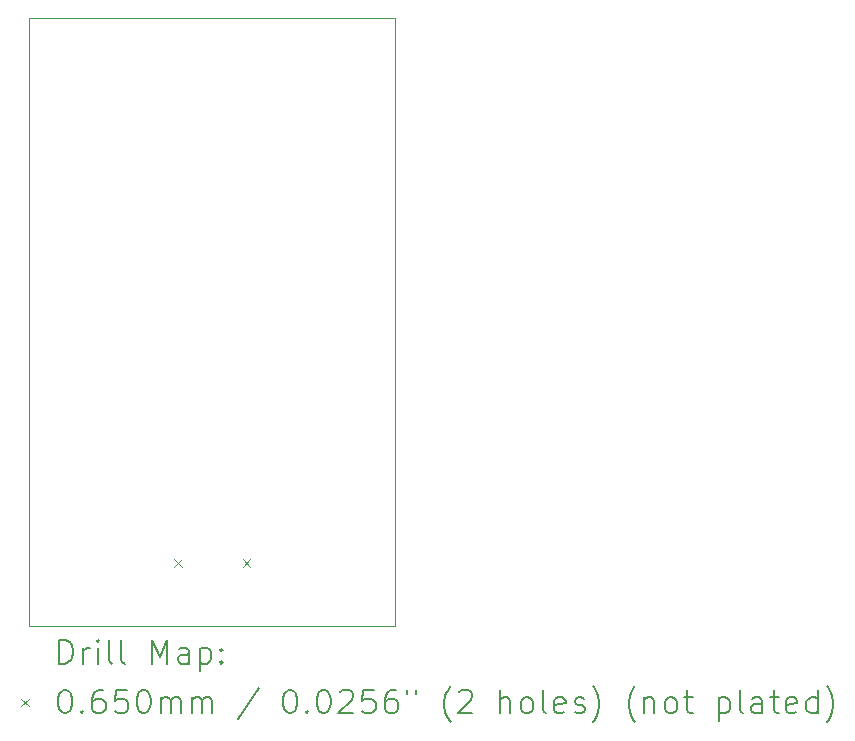
<source format=gbr>
%TF.GenerationSoftware,KiCad,Pcbnew,8.0.5-8.0.5-0~ubuntu24.04.1*%
%TF.CreationDate,2024-09-24T16:48:20+02:00*%
%TF.ProjectId,ESP32-S2_S3-WROOM_flexypin,45535033-322d-4533-925f-53332d57524f,rev?*%
%TF.SameCoordinates,Original*%
%TF.FileFunction,Drillmap*%
%TF.FilePolarity,Positive*%
%FSLAX45Y45*%
G04 Gerber Fmt 4.5, Leading zero omitted, Abs format (unit mm)*
G04 Created by KiCad (PCBNEW 8.0.5-8.0.5-0~ubuntu24.04.1) date 2024-09-24 16:48:20*
%MOMM*%
%LPD*%
G01*
G04 APERTURE LIST*
%ADD10C,0.100000*%
%ADD11C,0.200000*%
G04 APERTURE END LIST*
D10*
X13258800Y-8010000D02*
X16357600Y-8010000D01*
X16357600Y-13158000D02*
X13258800Y-13158000D01*
X16357600Y-8010000D02*
X16357600Y-13158000D01*
X13258800Y-13158000D02*
X13258800Y-8010000D01*
D11*
D10*
X14486700Y-12589500D02*
X14551700Y-12654500D01*
X14551700Y-12589500D02*
X14486700Y-12654500D01*
X15064700Y-12589500D02*
X15129700Y-12654500D01*
X15129700Y-12589500D02*
X15064700Y-12654500D01*
D11*
X13514577Y-13474484D02*
X13514577Y-13274484D01*
X13514577Y-13274484D02*
X13562196Y-13274484D01*
X13562196Y-13274484D02*
X13590767Y-13284008D01*
X13590767Y-13284008D02*
X13609815Y-13303055D01*
X13609815Y-13303055D02*
X13619339Y-13322103D01*
X13619339Y-13322103D02*
X13628862Y-13360198D01*
X13628862Y-13360198D02*
X13628862Y-13388769D01*
X13628862Y-13388769D02*
X13619339Y-13426865D01*
X13619339Y-13426865D02*
X13609815Y-13445912D01*
X13609815Y-13445912D02*
X13590767Y-13464960D01*
X13590767Y-13464960D02*
X13562196Y-13474484D01*
X13562196Y-13474484D02*
X13514577Y-13474484D01*
X13714577Y-13474484D02*
X13714577Y-13341150D01*
X13714577Y-13379246D02*
X13724101Y-13360198D01*
X13724101Y-13360198D02*
X13733624Y-13350674D01*
X13733624Y-13350674D02*
X13752672Y-13341150D01*
X13752672Y-13341150D02*
X13771720Y-13341150D01*
X13838386Y-13474484D02*
X13838386Y-13341150D01*
X13838386Y-13274484D02*
X13828862Y-13284008D01*
X13828862Y-13284008D02*
X13838386Y-13293531D01*
X13838386Y-13293531D02*
X13847910Y-13284008D01*
X13847910Y-13284008D02*
X13838386Y-13274484D01*
X13838386Y-13274484D02*
X13838386Y-13293531D01*
X13962196Y-13474484D02*
X13943148Y-13464960D01*
X13943148Y-13464960D02*
X13933624Y-13445912D01*
X13933624Y-13445912D02*
X13933624Y-13274484D01*
X14066958Y-13474484D02*
X14047910Y-13464960D01*
X14047910Y-13464960D02*
X14038386Y-13445912D01*
X14038386Y-13445912D02*
X14038386Y-13274484D01*
X14295529Y-13474484D02*
X14295529Y-13274484D01*
X14295529Y-13274484D02*
X14362196Y-13417341D01*
X14362196Y-13417341D02*
X14428862Y-13274484D01*
X14428862Y-13274484D02*
X14428862Y-13474484D01*
X14609815Y-13474484D02*
X14609815Y-13369722D01*
X14609815Y-13369722D02*
X14600291Y-13350674D01*
X14600291Y-13350674D02*
X14581243Y-13341150D01*
X14581243Y-13341150D02*
X14543148Y-13341150D01*
X14543148Y-13341150D02*
X14524101Y-13350674D01*
X14609815Y-13464960D02*
X14590767Y-13474484D01*
X14590767Y-13474484D02*
X14543148Y-13474484D01*
X14543148Y-13474484D02*
X14524101Y-13464960D01*
X14524101Y-13464960D02*
X14514577Y-13445912D01*
X14514577Y-13445912D02*
X14514577Y-13426865D01*
X14514577Y-13426865D02*
X14524101Y-13407817D01*
X14524101Y-13407817D02*
X14543148Y-13398293D01*
X14543148Y-13398293D02*
X14590767Y-13398293D01*
X14590767Y-13398293D02*
X14609815Y-13388769D01*
X14705053Y-13341150D02*
X14705053Y-13541150D01*
X14705053Y-13350674D02*
X14724101Y-13341150D01*
X14724101Y-13341150D02*
X14762196Y-13341150D01*
X14762196Y-13341150D02*
X14781243Y-13350674D01*
X14781243Y-13350674D02*
X14790767Y-13360198D01*
X14790767Y-13360198D02*
X14800291Y-13379246D01*
X14800291Y-13379246D02*
X14800291Y-13436388D01*
X14800291Y-13436388D02*
X14790767Y-13455436D01*
X14790767Y-13455436D02*
X14781243Y-13464960D01*
X14781243Y-13464960D02*
X14762196Y-13474484D01*
X14762196Y-13474484D02*
X14724101Y-13474484D01*
X14724101Y-13474484D02*
X14705053Y-13464960D01*
X14886005Y-13455436D02*
X14895529Y-13464960D01*
X14895529Y-13464960D02*
X14886005Y-13474484D01*
X14886005Y-13474484D02*
X14876482Y-13464960D01*
X14876482Y-13464960D02*
X14886005Y-13455436D01*
X14886005Y-13455436D02*
X14886005Y-13474484D01*
X14886005Y-13350674D02*
X14895529Y-13360198D01*
X14895529Y-13360198D02*
X14886005Y-13369722D01*
X14886005Y-13369722D02*
X14876482Y-13360198D01*
X14876482Y-13360198D02*
X14886005Y-13350674D01*
X14886005Y-13350674D02*
X14886005Y-13369722D01*
D10*
X13188800Y-13770500D02*
X13253800Y-13835500D01*
X13253800Y-13770500D02*
X13188800Y-13835500D01*
D11*
X13552672Y-13694484D02*
X13571720Y-13694484D01*
X13571720Y-13694484D02*
X13590767Y-13704008D01*
X13590767Y-13704008D02*
X13600291Y-13713531D01*
X13600291Y-13713531D02*
X13609815Y-13732579D01*
X13609815Y-13732579D02*
X13619339Y-13770674D01*
X13619339Y-13770674D02*
X13619339Y-13818293D01*
X13619339Y-13818293D02*
X13609815Y-13856388D01*
X13609815Y-13856388D02*
X13600291Y-13875436D01*
X13600291Y-13875436D02*
X13590767Y-13884960D01*
X13590767Y-13884960D02*
X13571720Y-13894484D01*
X13571720Y-13894484D02*
X13552672Y-13894484D01*
X13552672Y-13894484D02*
X13533624Y-13884960D01*
X13533624Y-13884960D02*
X13524101Y-13875436D01*
X13524101Y-13875436D02*
X13514577Y-13856388D01*
X13514577Y-13856388D02*
X13505053Y-13818293D01*
X13505053Y-13818293D02*
X13505053Y-13770674D01*
X13505053Y-13770674D02*
X13514577Y-13732579D01*
X13514577Y-13732579D02*
X13524101Y-13713531D01*
X13524101Y-13713531D02*
X13533624Y-13704008D01*
X13533624Y-13704008D02*
X13552672Y-13694484D01*
X13705053Y-13875436D02*
X13714577Y-13884960D01*
X13714577Y-13884960D02*
X13705053Y-13894484D01*
X13705053Y-13894484D02*
X13695529Y-13884960D01*
X13695529Y-13884960D02*
X13705053Y-13875436D01*
X13705053Y-13875436D02*
X13705053Y-13894484D01*
X13886005Y-13694484D02*
X13847910Y-13694484D01*
X13847910Y-13694484D02*
X13828862Y-13704008D01*
X13828862Y-13704008D02*
X13819339Y-13713531D01*
X13819339Y-13713531D02*
X13800291Y-13742103D01*
X13800291Y-13742103D02*
X13790767Y-13780198D01*
X13790767Y-13780198D02*
X13790767Y-13856388D01*
X13790767Y-13856388D02*
X13800291Y-13875436D01*
X13800291Y-13875436D02*
X13809815Y-13884960D01*
X13809815Y-13884960D02*
X13828862Y-13894484D01*
X13828862Y-13894484D02*
X13866958Y-13894484D01*
X13866958Y-13894484D02*
X13886005Y-13884960D01*
X13886005Y-13884960D02*
X13895529Y-13875436D01*
X13895529Y-13875436D02*
X13905053Y-13856388D01*
X13905053Y-13856388D02*
X13905053Y-13808769D01*
X13905053Y-13808769D02*
X13895529Y-13789722D01*
X13895529Y-13789722D02*
X13886005Y-13780198D01*
X13886005Y-13780198D02*
X13866958Y-13770674D01*
X13866958Y-13770674D02*
X13828862Y-13770674D01*
X13828862Y-13770674D02*
X13809815Y-13780198D01*
X13809815Y-13780198D02*
X13800291Y-13789722D01*
X13800291Y-13789722D02*
X13790767Y-13808769D01*
X14086005Y-13694484D02*
X13990767Y-13694484D01*
X13990767Y-13694484D02*
X13981243Y-13789722D01*
X13981243Y-13789722D02*
X13990767Y-13780198D01*
X13990767Y-13780198D02*
X14009815Y-13770674D01*
X14009815Y-13770674D02*
X14057434Y-13770674D01*
X14057434Y-13770674D02*
X14076482Y-13780198D01*
X14076482Y-13780198D02*
X14086005Y-13789722D01*
X14086005Y-13789722D02*
X14095529Y-13808769D01*
X14095529Y-13808769D02*
X14095529Y-13856388D01*
X14095529Y-13856388D02*
X14086005Y-13875436D01*
X14086005Y-13875436D02*
X14076482Y-13884960D01*
X14076482Y-13884960D02*
X14057434Y-13894484D01*
X14057434Y-13894484D02*
X14009815Y-13894484D01*
X14009815Y-13894484D02*
X13990767Y-13884960D01*
X13990767Y-13884960D02*
X13981243Y-13875436D01*
X14219339Y-13694484D02*
X14238386Y-13694484D01*
X14238386Y-13694484D02*
X14257434Y-13704008D01*
X14257434Y-13704008D02*
X14266958Y-13713531D01*
X14266958Y-13713531D02*
X14276482Y-13732579D01*
X14276482Y-13732579D02*
X14286005Y-13770674D01*
X14286005Y-13770674D02*
X14286005Y-13818293D01*
X14286005Y-13818293D02*
X14276482Y-13856388D01*
X14276482Y-13856388D02*
X14266958Y-13875436D01*
X14266958Y-13875436D02*
X14257434Y-13884960D01*
X14257434Y-13884960D02*
X14238386Y-13894484D01*
X14238386Y-13894484D02*
X14219339Y-13894484D01*
X14219339Y-13894484D02*
X14200291Y-13884960D01*
X14200291Y-13884960D02*
X14190767Y-13875436D01*
X14190767Y-13875436D02*
X14181243Y-13856388D01*
X14181243Y-13856388D02*
X14171720Y-13818293D01*
X14171720Y-13818293D02*
X14171720Y-13770674D01*
X14171720Y-13770674D02*
X14181243Y-13732579D01*
X14181243Y-13732579D02*
X14190767Y-13713531D01*
X14190767Y-13713531D02*
X14200291Y-13704008D01*
X14200291Y-13704008D02*
X14219339Y-13694484D01*
X14371720Y-13894484D02*
X14371720Y-13761150D01*
X14371720Y-13780198D02*
X14381243Y-13770674D01*
X14381243Y-13770674D02*
X14400291Y-13761150D01*
X14400291Y-13761150D02*
X14428863Y-13761150D01*
X14428863Y-13761150D02*
X14447910Y-13770674D01*
X14447910Y-13770674D02*
X14457434Y-13789722D01*
X14457434Y-13789722D02*
X14457434Y-13894484D01*
X14457434Y-13789722D02*
X14466958Y-13770674D01*
X14466958Y-13770674D02*
X14486005Y-13761150D01*
X14486005Y-13761150D02*
X14514577Y-13761150D01*
X14514577Y-13761150D02*
X14533624Y-13770674D01*
X14533624Y-13770674D02*
X14543148Y-13789722D01*
X14543148Y-13789722D02*
X14543148Y-13894484D01*
X14638386Y-13894484D02*
X14638386Y-13761150D01*
X14638386Y-13780198D02*
X14647910Y-13770674D01*
X14647910Y-13770674D02*
X14666958Y-13761150D01*
X14666958Y-13761150D02*
X14695529Y-13761150D01*
X14695529Y-13761150D02*
X14714577Y-13770674D01*
X14714577Y-13770674D02*
X14724101Y-13789722D01*
X14724101Y-13789722D02*
X14724101Y-13894484D01*
X14724101Y-13789722D02*
X14733624Y-13770674D01*
X14733624Y-13770674D02*
X14752672Y-13761150D01*
X14752672Y-13761150D02*
X14781243Y-13761150D01*
X14781243Y-13761150D02*
X14800291Y-13770674D01*
X14800291Y-13770674D02*
X14809815Y-13789722D01*
X14809815Y-13789722D02*
X14809815Y-13894484D01*
X15200291Y-13684960D02*
X15028863Y-13942103D01*
X15457434Y-13694484D02*
X15476482Y-13694484D01*
X15476482Y-13694484D02*
X15495529Y-13704008D01*
X15495529Y-13704008D02*
X15505053Y-13713531D01*
X15505053Y-13713531D02*
X15514577Y-13732579D01*
X15514577Y-13732579D02*
X15524101Y-13770674D01*
X15524101Y-13770674D02*
X15524101Y-13818293D01*
X15524101Y-13818293D02*
X15514577Y-13856388D01*
X15514577Y-13856388D02*
X15505053Y-13875436D01*
X15505053Y-13875436D02*
X15495529Y-13884960D01*
X15495529Y-13884960D02*
X15476482Y-13894484D01*
X15476482Y-13894484D02*
X15457434Y-13894484D01*
X15457434Y-13894484D02*
X15438386Y-13884960D01*
X15438386Y-13884960D02*
X15428863Y-13875436D01*
X15428863Y-13875436D02*
X15419339Y-13856388D01*
X15419339Y-13856388D02*
X15409815Y-13818293D01*
X15409815Y-13818293D02*
X15409815Y-13770674D01*
X15409815Y-13770674D02*
X15419339Y-13732579D01*
X15419339Y-13732579D02*
X15428863Y-13713531D01*
X15428863Y-13713531D02*
X15438386Y-13704008D01*
X15438386Y-13704008D02*
X15457434Y-13694484D01*
X15609815Y-13875436D02*
X15619339Y-13884960D01*
X15619339Y-13884960D02*
X15609815Y-13894484D01*
X15609815Y-13894484D02*
X15600291Y-13884960D01*
X15600291Y-13884960D02*
X15609815Y-13875436D01*
X15609815Y-13875436D02*
X15609815Y-13894484D01*
X15743148Y-13694484D02*
X15762196Y-13694484D01*
X15762196Y-13694484D02*
X15781244Y-13704008D01*
X15781244Y-13704008D02*
X15790767Y-13713531D01*
X15790767Y-13713531D02*
X15800291Y-13732579D01*
X15800291Y-13732579D02*
X15809815Y-13770674D01*
X15809815Y-13770674D02*
X15809815Y-13818293D01*
X15809815Y-13818293D02*
X15800291Y-13856388D01*
X15800291Y-13856388D02*
X15790767Y-13875436D01*
X15790767Y-13875436D02*
X15781244Y-13884960D01*
X15781244Y-13884960D02*
X15762196Y-13894484D01*
X15762196Y-13894484D02*
X15743148Y-13894484D01*
X15743148Y-13894484D02*
X15724101Y-13884960D01*
X15724101Y-13884960D02*
X15714577Y-13875436D01*
X15714577Y-13875436D02*
X15705053Y-13856388D01*
X15705053Y-13856388D02*
X15695529Y-13818293D01*
X15695529Y-13818293D02*
X15695529Y-13770674D01*
X15695529Y-13770674D02*
X15705053Y-13732579D01*
X15705053Y-13732579D02*
X15714577Y-13713531D01*
X15714577Y-13713531D02*
X15724101Y-13704008D01*
X15724101Y-13704008D02*
X15743148Y-13694484D01*
X15886006Y-13713531D02*
X15895529Y-13704008D01*
X15895529Y-13704008D02*
X15914577Y-13694484D01*
X15914577Y-13694484D02*
X15962196Y-13694484D01*
X15962196Y-13694484D02*
X15981244Y-13704008D01*
X15981244Y-13704008D02*
X15990767Y-13713531D01*
X15990767Y-13713531D02*
X16000291Y-13732579D01*
X16000291Y-13732579D02*
X16000291Y-13751627D01*
X16000291Y-13751627D02*
X15990767Y-13780198D01*
X15990767Y-13780198D02*
X15876482Y-13894484D01*
X15876482Y-13894484D02*
X16000291Y-13894484D01*
X16181244Y-13694484D02*
X16086006Y-13694484D01*
X16086006Y-13694484D02*
X16076482Y-13789722D01*
X16076482Y-13789722D02*
X16086006Y-13780198D01*
X16086006Y-13780198D02*
X16105053Y-13770674D01*
X16105053Y-13770674D02*
X16152672Y-13770674D01*
X16152672Y-13770674D02*
X16171720Y-13780198D01*
X16171720Y-13780198D02*
X16181244Y-13789722D01*
X16181244Y-13789722D02*
X16190767Y-13808769D01*
X16190767Y-13808769D02*
X16190767Y-13856388D01*
X16190767Y-13856388D02*
X16181244Y-13875436D01*
X16181244Y-13875436D02*
X16171720Y-13884960D01*
X16171720Y-13884960D02*
X16152672Y-13894484D01*
X16152672Y-13894484D02*
X16105053Y-13894484D01*
X16105053Y-13894484D02*
X16086006Y-13884960D01*
X16086006Y-13884960D02*
X16076482Y-13875436D01*
X16362196Y-13694484D02*
X16324101Y-13694484D01*
X16324101Y-13694484D02*
X16305053Y-13704008D01*
X16305053Y-13704008D02*
X16295529Y-13713531D01*
X16295529Y-13713531D02*
X16276482Y-13742103D01*
X16276482Y-13742103D02*
X16266958Y-13780198D01*
X16266958Y-13780198D02*
X16266958Y-13856388D01*
X16266958Y-13856388D02*
X16276482Y-13875436D01*
X16276482Y-13875436D02*
X16286006Y-13884960D01*
X16286006Y-13884960D02*
X16305053Y-13894484D01*
X16305053Y-13894484D02*
X16343148Y-13894484D01*
X16343148Y-13894484D02*
X16362196Y-13884960D01*
X16362196Y-13884960D02*
X16371720Y-13875436D01*
X16371720Y-13875436D02*
X16381244Y-13856388D01*
X16381244Y-13856388D02*
X16381244Y-13808769D01*
X16381244Y-13808769D02*
X16371720Y-13789722D01*
X16371720Y-13789722D02*
X16362196Y-13780198D01*
X16362196Y-13780198D02*
X16343148Y-13770674D01*
X16343148Y-13770674D02*
X16305053Y-13770674D01*
X16305053Y-13770674D02*
X16286006Y-13780198D01*
X16286006Y-13780198D02*
X16276482Y-13789722D01*
X16276482Y-13789722D02*
X16266958Y-13808769D01*
X16457434Y-13694484D02*
X16457434Y-13732579D01*
X16533625Y-13694484D02*
X16533625Y-13732579D01*
X16828863Y-13970674D02*
X16819339Y-13961150D01*
X16819339Y-13961150D02*
X16800291Y-13932579D01*
X16800291Y-13932579D02*
X16790768Y-13913531D01*
X16790768Y-13913531D02*
X16781244Y-13884960D01*
X16781244Y-13884960D02*
X16771720Y-13837341D01*
X16771720Y-13837341D02*
X16771720Y-13799246D01*
X16771720Y-13799246D02*
X16781244Y-13751627D01*
X16781244Y-13751627D02*
X16790768Y-13723055D01*
X16790768Y-13723055D02*
X16800291Y-13704008D01*
X16800291Y-13704008D02*
X16819339Y-13675436D01*
X16819339Y-13675436D02*
X16828863Y-13665912D01*
X16895530Y-13713531D02*
X16905053Y-13704008D01*
X16905053Y-13704008D02*
X16924101Y-13694484D01*
X16924101Y-13694484D02*
X16971720Y-13694484D01*
X16971720Y-13694484D02*
X16990768Y-13704008D01*
X16990768Y-13704008D02*
X17000291Y-13713531D01*
X17000291Y-13713531D02*
X17009815Y-13732579D01*
X17009815Y-13732579D02*
X17009815Y-13751627D01*
X17009815Y-13751627D02*
X17000291Y-13780198D01*
X17000291Y-13780198D02*
X16886006Y-13894484D01*
X16886006Y-13894484D02*
X17009815Y-13894484D01*
X17247911Y-13894484D02*
X17247911Y-13694484D01*
X17333625Y-13894484D02*
X17333625Y-13789722D01*
X17333625Y-13789722D02*
X17324101Y-13770674D01*
X17324101Y-13770674D02*
X17305053Y-13761150D01*
X17305053Y-13761150D02*
X17276482Y-13761150D01*
X17276482Y-13761150D02*
X17257434Y-13770674D01*
X17257434Y-13770674D02*
X17247911Y-13780198D01*
X17457434Y-13894484D02*
X17438387Y-13884960D01*
X17438387Y-13884960D02*
X17428863Y-13875436D01*
X17428863Y-13875436D02*
X17419339Y-13856388D01*
X17419339Y-13856388D02*
X17419339Y-13799246D01*
X17419339Y-13799246D02*
X17428863Y-13780198D01*
X17428863Y-13780198D02*
X17438387Y-13770674D01*
X17438387Y-13770674D02*
X17457434Y-13761150D01*
X17457434Y-13761150D02*
X17486006Y-13761150D01*
X17486006Y-13761150D02*
X17505053Y-13770674D01*
X17505053Y-13770674D02*
X17514577Y-13780198D01*
X17514577Y-13780198D02*
X17524101Y-13799246D01*
X17524101Y-13799246D02*
X17524101Y-13856388D01*
X17524101Y-13856388D02*
X17514577Y-13875436D01*
X17514577Y-13875436D02*
X17505053Y-13884960D01*
X17505053Y-13884960D02*
X17486006Y-13894484D01*
X17486006Y-13894484D02*
X17457434Y-13894484D01*
X17638387Y-13894484D02*
X17619339Y-13884960D01*
X17619339Y-13884960D02*
X17609815Y-13865912D01*
X17609815Y-13865912D02*
X17609815Y-13694484D01*
X17790768Y-13884960D02*
X17771720Y-13894484D01*
X17771720Y-13894484D02*
X17733625Y-13894484D01*
X17733625Y-13894484D02*
X17714577Y-13884960D01*
X17714577Y-13884960D02*
X17705053Y-13865912D01*
X17705053Y-13865912D02*
X17705053Y-13789722D01*
X17705053Y-13789722D02*
X17714577Y-13770674D01*
X17714577Y-13770674D02*
X17733625Y-13761150D01*
X17733625Y-13761150D02*
X17771720Y-13761150D01*
X17771720Y-13761150D02*
X17790768Y-13770674D01*
X17790768Y-13770674D02*
X17800292Y-13789722D01*
X17800292Y-13789722D02*
X17800292Y-13808769D01*
X17800292Y-13808769D02*
X17705053Y-13827817D01*
X17876482Y-13884960D02*
X17895530Y-13894484D01*
X17895530Y-13894484D02*
X17933625Y-13894484D01*
X17933625Y-13894484D02*
X17952673Y-13884960D01*
X17952673Y-13884960D02*
X17962196Y-13865912D01*
X17962196Y-13865912D02*
X17962196Y-13856388D01*
X17962196Y-13856388D02*
X17952673Y-13837341D01*
X17952673Y-13837341D02*
X17933625Y-13827817D01*
X17933625Y-13827817D02*
X17905053Y-13827817D01*
X17905053Y-13827817D02*
X17886006Y-13818293D01*
X17886006Y-13818293D02*
X17876482Y-13799246D01*
X17876482Y-13799246D02*
X17876482Y-13789722D01*
X17876482Y-13789722D02*
X17886006Y-13770674D01*
X17886006Y-13770674D02*
X17905053Y-13761150D01*
X17905053Y-13761150D02*
X17933625Y-13761150D01*
X17933625Y-13761150D02*
X17952673Y-13770674D01*
X18028863Y-13970674D02*
X18038387Y-13961150D01*
X18038387Y-13961150D02*
X18057434Y-13932579D01*
X18057434Y-13932579D02*
X18066958Y-13913531D01*
X18066958Y-13913531D02*
X18076482Y-13884960D01*
X18076482Y-13884960D02*
X18086006Y-13837341D01*
X18086006Y-13837341D02*
X18086006Y-13799246D01*
X18086006Y-13799246D02*
X18076482Y-13751627D01*
X18076482Y-13751627D02*
X18066958Y-13723055D01*
X18066958Y-13723055D02*
X18057434Y-13704008D01*
X18057434Y-13704008D02*
X18038387Y-13675436D01*
X18038387Y-13675436D02*
X18028863Y-13665912D01*
X18390768Y-13970674D02*
X18381244Y-13961150D01*
X18381244Y-13961150D02*
X18362196Y-13932579D01*
X18362196Y-13932579D02*
X18352673Y-13913531D01*
X18352673Y-13913531D02*
X18343149Y-13884960D01*
X18343149Y-13884960D02*
X18333625Y-13837341D01*
X18333625Y-13837341D02*
X18333625Y-13799246D01*
X18333625Y-13799246D02*
X18343149Y-13751627D01*
X18343149Y-13751627D02*
X18352673Y-13723055D01*
X18352673Y-13723055D02*
X18362196Y-13704008D01*
X18362196Y-13704008D02*
X18381244Y-13675436D01*
X18381244Y-13675436D02*
X18390768Y-13665912D01*
X18466958Y-13761150D02*
X18466958Y-13894484D01*
X18466958Y-13780198D02*
X18476482Y-13770674D01*
X18476482Y-13770674D02*
X18495530Y-13761150D01*
X18495530Y-13761150D02*
X18524101Y-13761150D01*
X18524101Y-13761150D02*
X18543149Y-13770674D01*
X18543149Y-13770674D02*
X18552673Y-13789722D01*
X18552673Y-13789722D02*
X18552673Y-13894484D01*
X18676482Y-13894484D02*
X18657434Y-13884960D01*
X18657434Y-13884960D02*
X18647911Y-13875436D01*
X18647911Y-13875436D02*
X18638387Y-13856388D01*
X18638387Y-13856388D02*
X18638387Y-13799246D01*
X18638387Y-13799246D02*
X18647911Y-13780198D01*
X18647911Y-13780198D02*
X18657434Y-13770674D01*
X18657434Y-13770674D02*
X18676482Y-13761150D01*
X18676482Y-13761150D02*
X18705054Y-13761150D01*
X18705054Y-13761150D02*
X18724101Y-13770674D01*
X18724101Y-13770674D02*
X18733625Y-13780198D01*
X18733625Y-13780198D02*
X18743149Y-13799246D01*
X18743149Y-13799246D02*
X18743149Y-13856388D01*
X18743149Y-13856388D02*
X18733625Y-13875436D01*
X18733625Y-13875436D02*
X18724101Y-13884960D01*
X18724101Y-13884960D02*
X18705054Y-13894484D01*
X18705054Y-13894484D02*
X18676482Y-13894484D01*
X18800292Y-13761150D02*
X18876482Y-13761150D01*
X18828863Y-13694484D02*
X18828863Y-13865912D01*
X18828863Y-13865912D02*
X18838387Y-13884960D01*
X18838387Y-13884960D02*
X18857434Y-13894484D01*
X18857434Y-13894484D02*
X18876482Y-13894484D01*
X19095530Y-13761150D02*
X19095530Y-13961150D01*
X19095530Y-13770674D02*
X19114577Y-13761150D01*
X19114577Y-13761150D02*
X19152673Y-13761150D01*
X19152673Y-13761150D02*
X19171720Y-13770674D01*
X19171720Y-13770674D02*
X19181244Y-13780198D01*
X19181244Y-13780198D02*
X19190768Y-13799246D01*
X19190768Y-13799246D02*
X19190768Y-13856388D01*
X19190768Y-13856388D02*
X19181244Y-13875436D01*
X19181244Y-13875436D02*
X19171720Y-13884960D01*
X19171720Y-13884960D02*
X19152673Y-13894484D01*
X19152673Y-13894484D02*
X19114577Y-13894484D01*
X19114577Y-13894484D02*
X19095530Y-13884960D01*
X19305054Y-13894484D02*
X19286006Y-13884960D01*
X19286006Y-13884960D02*
X19276482Y-13865912D01*
X19276482Y-13865912D02*
X19276482Y-13694484D01*
X19466958Y-13894484D02*
X19466958Y-13789722D01*
X19466958Y-13789722D02*
X19457435Y-13770674D01*
X19457435Y-13770674D02*
X19438387Y-13761150D01*
X19438387Y-13761150D02*
X19400292Y-13761150D01*
X19400292Y-13761150D02*
X19381244Y-13770674D01*
X19466958Y-13884960D02*
X19447911Y-13894484D01*
X19447911Y-13894484D02*
X19400292Y-13894484D01*
X19400292Y-13894484D02*
X19381244Y-13884960D01*
X19381244Y-13884960D02*
X19371720Y-13865912D01*
X19371720Y-13865912D02*
X19371720Y-13846865D01*
X19371720Y-13846865D02*
X19381244Y-13827817D01*
X19381244Y-13827817D02*
X19400292Y-13818293D01*
X19400292Y-13818293D02*
X19447911Y-13818293D01*
X19447911Y-13818293D02*
X19466958Y-13808769D01*
X19533625Y-13761150D02*
X19609815Y-13761150D01*
X19562196Y-13694484D02*
X19562196Y-13865912D01*
X19562196Y-13865912D02*
X19571720Y-13884960D01*
X19571720Y-13884960D02*
X19590768Y-13894484D01*
X19590768Y-13894484D02*
X19609815Y-13894484D01*
X19752673Y-13884960D02*
X19733625Y-13894484D01*
X19733625Y-13894484D02*
X19695530Y-13894484D01*
X19695530Y-13894484D02*
X19676482Y-13884960D01*
X19676482Y-13884960D02*
X19666958Y-13865912D01*
X19666958Y-13865912D02*
X19666958Y-13789722D01*
X19666958Y-13789722D02*
X19676482Y-13770674D01*
X19676482Y-13770674D02*
X19695530Y-13761150D01*
X19695530Y-13761150D02*
X19733625Y-13761150D01*
X19733625Y-13761150D02*
X19752673Y-13770674D01*
X19752673Y-13770674D02*
X19762196Y-13789722D01*
X19762196Y-13789722D02*
X19762196Y-13808769D01*
X19762196Y-13808769D02*
X19666958Y-13827817D01*
X19933625Y-13894484D02*
X19933625Y-13694484D01*
X19933625Y-13884960D02*
X19914577Y-13894484D01*
X19914577Y-13894484D02*
X19876482Y-13894484D01*
X19876482Y-13894484D02*
X19857435Y-13884960D01*
X19857435Y-13884960D02*
X19847911Y-13875436D01*
X19847911Y-13875436D02*
X19838387Y-13856388D01*
X19838387Y-13856388D02*
X19838387Y-13799246D01*
X19838387Y-13799246D02*
X19847911Y-13780198D01*
X19847911Y-13780198D02*
X19857435Y-13770674D01*
X19857435Y-13770674D02*
X19876482Y-13761150D01*
X19876482Y-13761150D02*
X19914577Y-13761150D01*
X19914577Y-13761150D02*
X19933625Y-13770674D01*
X20009816Y-13970674D02*
X20019339Y-13961150D01*
X20019339Y-13961150D02*
X20038387Y-13932579D01*
X20038387Y-13932579D02*
X20047911Y-13913531D01*
X20047911Y-13913531D02*
X20057435Y-13884960D01*
X20057435Y-13884960D02*
X20066958Y-13837341D01*
X20066958Y-13837341D02*
X20066958Y-13799246D01*
X20066958Y-13799246D02*
X20057435Y-13751627D01*
X20057435Y-13751627D02*
X20047911Y-13723055D01*
X20047911Y-13723055D02*
X20038387Y-13704008D01*
X20038387Y-13704008D02*
X20019339Y-13675436D01*
X20019339Y-13675436D02*
X20009816Y-13665912D01*
M02*

</source>
